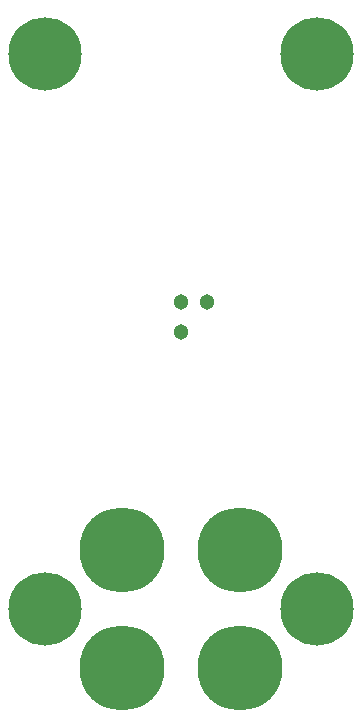
<source format=gbs>
G75*
%MOIN*%
%OFA0B0*%
%FSLAX24Y24*%
%IPPOS*%
%LPD*%
%AMOC8*
5,1,8,0,0,1.08239X$1,22.5*
%
%ADD10C,0.2836*%
%ADD11C,0.0513*%
%ADD12C,0.2442*%
D10*
X004874Y003300D03*
X004874Y007237D03*
X008811Y007237D03*
X008811Y003300D03*
D11*
X006843Y014520D03*
X006843Y015504D03*
X007709Y015504D03*
D12*
X002315Y005268D03*
X002315Y023772D03*
X011370Y023772D03*
X011370Y005268D03*
M02*

</source>
